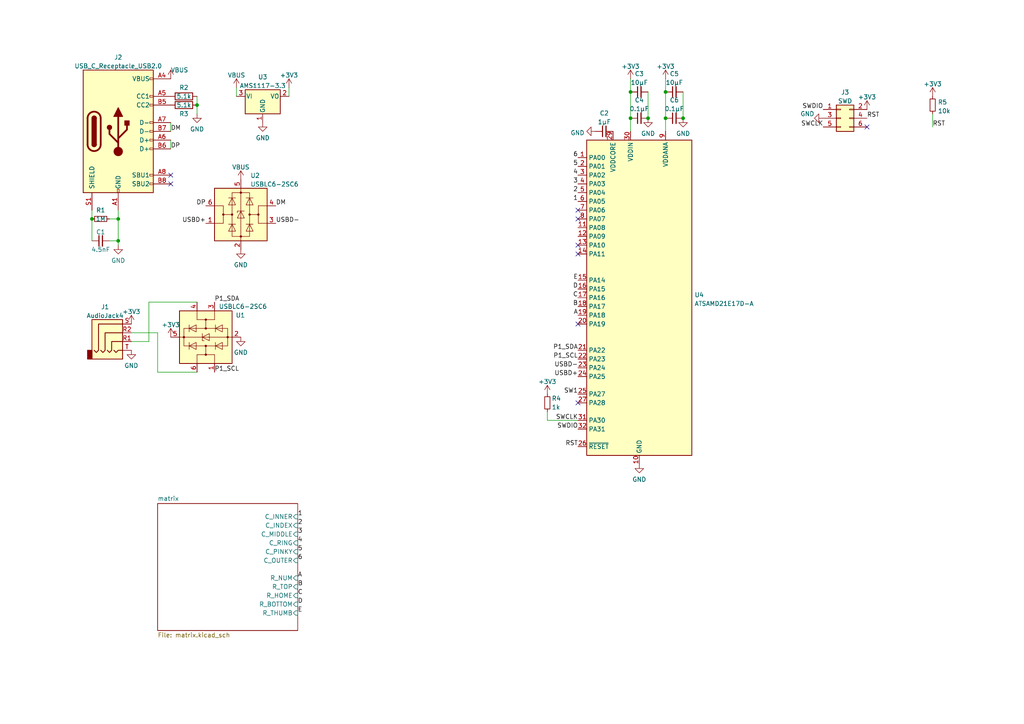
<source format=kicad_sch>
(kicad_sch (version 20211123) (generator eeschema)
  (paper "A4")
  (lib_symbols
    (symbol "Connector:AudioJack4"
      (property "Reference" "J" (at 0 8.89 0))
      (property "Value" "AudioJack4" (at 0 6.35 0))
      (symbol "AudioJack4_0_1"
        (rectangle (start -6.35 -5.08) (end -7.62 -7.62) (stroke (width 0.254)) (fill (type outline)))
        (polyline (pts (xy 0 -5.08) (xy 0.635 -5.715) (xy 1.27 -5.08) (xy 2.54 -5.08)) (stroke (width 0.254)))
        (polyline (pts (xy -5.715 -5.08) (xy -5.08 -5.715) (xy -4.445 -5.08) (xy -4.445 2.54) (xy 2.54 2.54)) (stroke (width 0.254)))
        (polyline (pts (xy -1.905 -5.08) (xy -1.27 -5.715) (xy -0.635 -5.08) (xy -0.635 -2.54) (xy 2.54 -2.54)) (stroke (width 0.254)))
        (polyline (pts (xy 2.54 0) (xy -2.54 0) (xy -2.54 -5.08) (xy -3.175 -5.715) (xy -3.81 -5.08)) (stroke (width 0.254)))
        (rectangle (start 2.54 3.81) (end -6.35 -7.62) (stroke (width 0.254)) (fill (type background)))
      )
      (symbol "AudioJack4_1_1"
        (pin passive line (at 5.08 -2.54 180) (length 2.54) (name "~") (number "R1"))
        (pin passive line (at 5.08 0 180) (length 2.54) (name "~") (number "R2"))
        (pin passive line (at 5.08 2.54 180) (length 2.54) (name "~") (number "S"))
        (pin passive line (at 5.08 -5.08 180) (length 2.54) (name "~") (number "T"))
      )
    )
    (symbol "Connector:USB_C_Receptacle_USB2.0" (pin_names (offset 1.016))
      (property "Reference" "J" (at -10.16 19.05 0))
      (property "Value" "USB_C_Receptacle_USB2.0" (at 19.05 19.05 0))
      (symbol "USB_C_Receptacle_USB2.0_0_0"
        (rectangle (start -0.254 -17.78) (end 0.254 -16.764))
        (rectangle (start 10.16 -14.986) (end 9.144 -15.494))
        (rectangle (start 10.16 -12.446) (end 9.144 -12.954))
        (rectangle (start 10.16 -4.826) (end 9.144 -5.334))
        (rectangle (start 10.16 -2.286) (end 9.144 -2.794))
        (rectangle (start 10.16 0.254) (end 9.144 -0.254))
        (rectangle (start 10.16 2.794) (end 9.144 2.286))
        (rectangle (start 10.16 7.874) (end 9.144 7.366))
        (rectangle (start 10.16 10.414) (end 9.144 9.906))
        (rectangle (start 10.16 15.494) (end 9.144 14.986))
      )
      (symbol "USB_C_Receptacle_USB2.0_0_1"
        (rectangle (start -10.16 17.78) (end 10.16 -17.78) (stroke (width 0.254)) (fill (type background)))
        (arc (start -8.89 -3.81) (mid -6.985 -5.715) (end -5.08 -3.81) (stroke (width 0.508)))
        (arc (start -7.62 -3.81) (mid -6.985 -4.445) (end -6.35 -3.81) (stroke (width 0.254)))
        (arc (start -7.62 -3.81) (mid -6.985 -4.445) (end -6.35 -3.81) (stroke (width 0.254)) (fill (type outline)))
        (rectangle (start -7.62 -3.81) (end -6.35 3.81) (stroke (width 0.254)) (fill (type outline)))
        (arc (start -6.35 3.81) (mid -6.985 4.445) (end -7.62 3.81) (stroke (width 0.254)))
        (arc (start -6.35 3.81) (mid -6.985 4.445) (end -7.62 3.81) (stroke (width 0.254)) (fill (type outline)))
        (arc (start -5.08 3.81) (mid -6.985 5.715) (end -8.89 3.81) (stroke (width 0.508)))
        (circle (center -2.54 1.143) (radius 0.635) (stroke (width 0.254)) (fill (type outline)))
        (circle (center 0 -5.842) (radius 1.27) (fill (type outline)))
        (polyline (pts (xy -8.89 -3.81) (xy -8.89 3.81)) (stroke (width 0.508)))
        (polyline (pts (xy -5.08 3.81) (xy -5.08 -3.81)) (stroke (width 0.508)))
        (polyline (pts (xy 0 -5.842) (xy 0 4.318)) (stroke (width 0.508)))
        (polyline (pts (xy 0 -3.302) (xy -2.54 -0.762) (xy -2.54 0.508)) (stroke (width 0.508)))
        (polyline (pts (xy 0 -2.032) (xy 2.54 0.508) (xy 2.54 1.778)) (stroke (width 0.508)))
        (polyline (pts (xy -1.27 4.318) (xy 0 6.858) (xy 1.27 4.318) (xy -1.27 4.318)) (stroke (width 0.254)) (fill (type outline)))
        (rectangle (start 1.905 1.778) (end 3.175 3.048) (stroke (width 0.254)) (fill (type outline)))
      )
      (symbol "USB_C_Receptacle_USB2.0_1_1"
        (pin passive line (at 0 -22.86 90) (length 5.08) (name "GND") (number "A1"))
        (pin passive line (at 0 -22.86 90) (length 5.08) hide (name "GND") (number "A12"))
        (pin passive line (at 15.24 15.24 180) (length 5.08) (name "VBUS") (number "A4"))
        (pin bidirectional line (at 15.24 10.16 180) (length 5.08) (name "CC1") (number "A5"))
        (pin bidirectional line (at 15.24 -2.54 180) (length 5.08) (name "D+") (number "A6"))
        (pin bidirectional line (at 15.24 2.54 180) (length 5.08) (name "D-") (number "A7"))
        (pin bidirectional line (at 15.24 -12.7 180) (length 5.08) (name "SBU1") (number "A8"))
        (pin passive line (at 15.24 15.24 180) (length 5.08) hide (name "VBUS") (number "A9"))
        (pin passive line (at 0 -22.86 90) (length 5.08) hide (name "GND") (number "B1"))
        (pin passive line (at 0 -22.86 90) (length 5.08) hide (name "GND") (number "B12"))
        (pin passive line (at 15.24 15.24 180) (length 5.08) hide (name "VBUS") (number "B4"))
        (pin bidirectional line (at 15.24 7.62 180) (length 5.08) (name "CC2") (number "B5"))
        (pin bidirectional line (at 15.24 -5.08 180) (length 5.08) (name "D+") (number "B6"))
        (pin bidirectional line (at 15.24 0 180) (length 5.08) (name "D-") (number "B7"))
        (pin bidirectional line (at 15.24 -15.24 180) (length 5.08) (name "SBU2") (number "B8"))
        (pin passive line (at 15.24 15.24 180) (length 5.08) hide (name "VBUS") (number "B9"))
        (pin passive line (at -7.62 -22.86 90) (length 5.08) (name "SHIELD") (number "S1"))
      )
    )
    (symbol "Connector_Generic:Conn_02x03_Odd_Even" (pin_names (offset 1.016) hide)
      (property "Reference" "J" (at 1.27 5.08 0))
      (property "Value" "Conn_02x03_Odd_Even" (at 1.27 -5.08 0))
      (symbol "Conn_02x03_Odd_Even_1_1"
        (rectangle (start -1.27 -2.413) (end 0 -2.667) (stroke (width 0.1524)))
        (rectangle (start -1.27 0.127) (end 0 -0.127) (stroke (width 0.1524)))
        (rectangle (start -1.27 2.667) (end 0 2.413) (stroke (width 0.1524)))
        (rectangle (start -1.27 3.81) (end 3.81 -3.81) (stroke (width 0.254)) (fill (type background)))
        (rectangle (start 3.81 -2.413) (end 2.54 -2.667) (stroke (width 0.1524)))
        (rectangle (start 3.81 0.127) (end 2.54 -0.127) (stroke (width 0.1524)))
        (rectangle (start 3.81 2.667) (end 2.54 2.413) (stroke (width 0.1524)))
        (pin passive line (at -5.08 2.54 0) (length 3.81) (name "Pin_1") (number "1"))
        (pin passive line (at 7.62 2.54 180) (length 3.81) (name "Pin_2") (number "2"))
        (pin passive line (at -5.08 0 0) (length 3.81) (name "Pin_3") (number "3"))
        (pin passive line (at 7.62 0 180) (length 3.81) (name "Pin_4") (number "4"))
        (pin passive line (at -5.08 -2.54 0) (length 3.81) (name "Pin_5") (number "5"))
        (pin passive line (at 7.62 -2.54 180) (length 3.81) (name "Pin_6") (number "6"))
      )
    )
    (symbol "Device:C_Small" (pin_numbers hide) (pin_names (offset 0.254) hide)
      (property "Reference" "C" (at 0.254 1.778 0))
      (property "Value" "C_Small" (at 0.254 -2.032 0))
      (symbol "C_Small_0_1"
        (polyline (pts (xy -1.524 -0.508) (xy 1.524 -0.508)) (stroke (width 0.3302)))
        (polyline (pts (xy -1.524 0.508) (xy 1.524 0.508)) (stroke (width 0.3048)))
      )
      (symbol "C_Small_1_1"
        (pin passive line (at 0 2.54 270) (length 2.032) (name "~") (number "1"))
        (pin passive line (at 0 -2.54 90) (length 2.032) (name "~") (number "2"))
      )
    )
    (symbol "Device:R" (pin_numbers hide) (pin_names (offset 0))
      (property "Reference" "R" (at 2.032 0 90))
      (property "Value" "R" (at 0 0 90))
      (symbol "R_0_1"
        (rectangle (start -1.016 -2.54) (end 1.016 2.54) (stroke (width 0.254)))
      )
      (symbol "R_1_1"
        (pin passive line (at 0 3.81 270) (length 1.27) (name "~") (number "1"))
        (pin passive line (at 0 -3.81 90) (length 1.27) (name "~") (number "2"))
      )
    )
    (symbol "Device:R_Small" (pin_numbers hide) (pin_names (offset 0.254) hide)
      (property "Reference" "R" (at 0.762 0.508 0))
      (property "Value" "R_Small" (at 0.762 -1.016 0))
      (symbol "R_Small_0_1"
        (rectangle (start -0.762 1.778) (end 0.762 -1.778) (stroke (width 0.2032)))
      )
      (symbol "R_Small_1_1"
        (pin passive line (at 0 2.54 270) (length 0.762) (name "~") (number "1"))
        (pin passive line (at 0 -2.54 90) (length 0.762) (name "~") (number "2"))
      )
    )
    (symbol "MCU_Microchip_SAMD:ATSAMD21E17D-A"
      (property "Reference" "U" (at -13.97 46.99 0))
      (property "Value" "ATSAMD21E17D-A" (at 16.51 46.99 0))
      (symbol "ATSAMD21E17D-A_1_1"
        (rectangle (start -15.24 45.72) (end 15.24 -45.72) (stroke (width 0.254)) (fill (type background)))
        (pin bidirectional line (at -17.78 40.64 0) (length 2.54) (name "PA00") (number "1"))
        (pin power_in line (at 0 -48.26 90) (length 2.54) (name "GND") (number "10"))
        (pin bidirectional line (at -17.78 20.32 0) (length 2.54) (name "PA08") (number "11"))
        (pin bidirectional line (at -17.78 17.78 0) (length 2.54) (name "PA09") (number "12"))
        (pin bidirectional line (at -17.78 15.24 0) (length 2.54) (name "PA10") (number "13"))
        (pin bidirectional line (at -17.78 12.7 0) (length 2.54) (name "PA11") (number "14"))
        (pin bidirectional line (at -17.78 5.08 0) (length 2.54) (name "PA14") (number "15"))
        (pin bidirectional line (at -17.78 2.54 0) (length 2.54) (name "PA15") (number "16"))
        (pin bidirectional line (at -17.78 0 0) (length 2.54) (name "PA16") (number "17"))
        (pin bidirectional line (at -17.78 -2.54 0) (length 2.54) (name "PA17") (number "18"))
        (pin bidirectional line (at -17.78 -5.08 0) (length 2.54) (name "PA18") (number "19"))
        (pin bidirectional line (at -17.78 38.1 0) (length 2.54) (name "PA01") (number "2"))
        (pin bidirectional line (at -17.78 -7.62 0) (length 2.54) (name "PA19") (number "20"))
        (pin bidirectional line (at -17.78 -15.24 0) (length 2.54) (name "PA22") (number "21"))
        (pin bidirectional line (at -17.78 -17.78 0) (length 2.54) (name "PA23") (number "22"))
        (pin bidirectional line (at -17.78 -20.32 0) (length 2.54) (name "PA24") (number "23"))
        (pin bidirectional line (at -17.78 -22.86 0) (length 2.54) (name "PA25") (number "24"))
        (pin bidirectional line (at -17.78 -27.94 0) (length 2.54) (name "PA27") (number "25"))
        (pin input line (at -17.78 -43.18 0) (length 2.54) (name "~{RESET}") (number "26"))
        (pin bidirectional line (at -17.78 -30.48 0) (length 2.54) (name "PA28") (number "27"))
        (pin passive line (at 0 -48.26 90) (length 2.54) hide (name "GND") (number "28"))
        (pin power_out line (at -7.62 48.26 270) (length 2.54) (name "VDDCORE") (number "29"))
        (pin bidirectional line (at -17.78 35.56 0) (length 2.54) (name "PA02") (number "3"))
        (pin power_in line (at -2.54 48.26 270) (length 2.54) (name "VDDIN") (number "30"))
        (pin bidirectional line (at -17.78 -35.56 0) (length 2.54) (name "PA30") (number "31"))
        (pin bidirectional line (at -17.78 -38.1 0) (length 2.54) (name "PA31") (number "32"))
        (pin bidirectional line (at -17.78 33.02 0) (length 2.54) (name "PA03") (number "4"))
        (pin bidirectional line (at -17.78 30.48 0) (length 2.54) (name "PA04") (number "5"))
        (pin bidirectional line (at -17.78 27.94 0) (length 2.54) (name "PA05") (number "6"))
        (pin bidirectional line (at -17.78 25.4 0) (length 2.54) (name "PA06") (number "7"))
        (pin bidirectional line (at -17.78 22.86 0) (length 2.54) (name "PA07") (number "8"))
        (pin power_in line (at 7.62 48.26 270) (length 2.54) (name "VDDANA") (number "9"))
      )
    )
    (symbol "Power_Protection:USBLC6-2SC6" (pin_names hide)
      (property "Reference" "U" (at 2.54 8.89 0))
      (property "Value" "USBLC6-2SC6" (at 2.54 -8.89 0))
      (symbol "USBLC6-2SC6_0_1"
        (rectangle (start -7.62 -7.62) (end 7.62 7.62) (stroke (width 0.254)) (fill (type background)))
        (circle (center -5.08 0) (radius 0.254) (fill (type outline)))
        (circle (center -2.54 0) (radius 0.254) (fill (type outline)))
        (rectangle (start -2.54 6.35) (end 2.54 -6.35))
        (circle (center 0 -6.35) (radius 0.254) (fill (type outline)))
        (polyline (pts (xy -5.08 -2.54) (xy -7.62 -2.54)))
        (polyline (pts (xy -5.08 0) (xy -5.08 -2.54)))
        (polyline (pts (xy -5.08 2.54) (xy -7.62 2.54)))
        (polyline (pts (xy -1.524 -2.794) (xy -3.556 -2.794)))
        (polyline (pts (xy -1.524 4.826) (xy -3.556 4.826)))
        (polyline (pts (xy 0 -7.62) (xy 0 -6.35)))
        (polyline (pts (xy 0 -6.35) (xy 0 1.27)))
        (polyline (pts (xy 0 1.27) (xy 0 6.35)))
        (polyline (pts (xy 0 6.35) (xy 0 7.62)))
        (polyline (pts (xy 1.524 -2.794) (xy 3.556 -2.794)))
        (polyline (pts (xy 1.524 4.826) (xy 3.556 4.826)))
        (polyline (pts (xy 5.08 -2.54) (xy 7.62 -2.54)))
        (polyline (pts (xy 5.08 0) (xy 5.08 -2.54)))
        (polyline (pts (xy 5.08 2.54) (xy 7.62 2.54)))
        (polyline (pts (xy -2.54 0) (xy -5.08 0) (xy -5.08 2.54)))
        (polyline (pts (xy 2.54 0) (xy 5.08 0) (xy 5.08 2.54)))
        (polyline (pts (xy -3.556 -4.826) (xy -1.524 -4.826) (xy -2.54 -2.794) (xy -3.556 -4.826)))
        (polyline (pts (xy -3.556 2.794) (xy -1.524 2.794) (xy -2.54 4.826) (xy -3.556 2.794)))
        (polyline (pts (xy -1.016 -1.016) (xy 1.016 -1.016) (xy 0 1.016) (xy -1.016 -1.016)))
        (polyline (pts (xy 1.016 1.016) (xy 0.762 1.016) (xy -1.016 1.016) (xy -1.016 0.508)))
        (polyline (pts (xy 3.556 -4.826) (xy 1.524 -4.826) (xy 2.54 -2.794) (xy 3.556 -4.826)))
        (polyline (pts (xy 3.556 2.794) (xy 1.524 2.794) (xy 2.54 4.826) (xy 3.556 2.794)))
        (circle (center 0 6.35) (radius 0.254) (fill (type outline)))
        (circle (center 2.54 0) (radius 0.254) (fill (type outline)))
        (circle (center 5.08 0) (radius 0.254) (fill (type outline)))
      )
      (symbol "USBLC6-2SC6_1_1"
        (pin passive line (at -10.16 -2.54 0) (length 2.54) (name "I/O1") (number "1"))
        (pin passive line (at 0 -10.16 90) (length 2.54) (name "GND") (number "2"))
        (pin passive line (at 10.16 -2.54 180) (length 2.54) (name "I/O2") (number "3"))
        (pin passive line (at 10.16 2.54 180) (length 2.54) (name "I/O2") (number "4"))
        (pin passive line (at 0 10.16 270) (length 2.54) (name "VBUS") (number "5"))
        (pin passive line (at -10.16 2.54 0) (length 2.54) (name "I/O1") (number "6"))
      )
    )
    (symbol "Regulator_Linear:AMS1117-3.3" (pin_names (offset 0.254))
      (property "Reference" "U" (at -3.81 3.175 0))
      (property "Value" "AMS1117-3.3" (at 0 3.175 0))
      (symbol "AMS1117-3.3_0_1"
        (rectangle (start -5.08 -5.08) (end 5.08 1.905) (stroke (width 0.254)) (fill (type background)))
      )
      (symbol "AMS1117-3.3_1_1"
        (pin power_in line (at 0 -7.62 90) (length 2.54) (name "GND") (number "1"))
        (pin power_out line (at 7.62 0 180) (length 2.54) (name "VO") (number "2"))
        (pin power_in line (at -7.62 0 0) (length 2.54) (name "VI") (number "3"))
      )
    )
    (symbol "power:+3V3" (power) (pin_names (offset 0))
      (property "Value" "+3V3" (at 0 3.556 0))
      (symbol "+3V3_0_1"
        (polyline (pts (xy -0.762 1.27) (xy 0 2.54)))
        (polyline (pts (xy 0 0) (xy 0 2.54)))
        (polyline (pts (xy 0 2.54) (xy 0.762 1.27)))
      )
      (symbol "+3V3_1_1"
        (pin power_in line (at 0 0 90) (length 0) hide (name "+3V3") (number "1"))
      )
    )
    (symbol "power:GND" (power) (pin_names (offset 0))
      (property "Value" "GND" (at 0 -3.81 0))
      (symbol "GND_0_1"
        (polyline (pts (xy 0 0) (xy 0 -1.27) (xy 1.27 -1.27) (xy 0 -2.54) (xy -1.27 -1.27) (xy 0 -1.27)))
      )
      (symbol "GND_1_1"
        (pin power_in line (at 0 0 270) (length 0) hide (name "GND") (number "1"))
      )
    )
    (symbol "power:VBUS" (power) (pin_names (offset 0))
      (property "Value" "VBUS" (at 0 3.81 0))
      (symbol "VBUS_0_1"
        (polyline (pts (xy -0.762 1.27) (xy 0 2.54)))
        (polyline (pts (xy 0 0) (xy 0 2.54)))
        (polyline (pts (xy 0 2.54) (xy 0.762 1.27)))
      )
      (symbol "VBUS_1_1"
        (pin power_in line (at 0 0 90) (length 0) hide (name "VBUS") (number "1"))
      )
    )
  )
  (junction (at 193.04 34.29))
  (junction (at 34.29 69.85))
  (junction (at 26.67 63.5))
  (junction (at 34.29 63.5))
  (junction (at 182.88 34.29))
  (junction (at 182.88 26.67))
  (junction (at 193.04 26.67))
  (junction (at 187.96 34.29))
  (junction (at 57.15 30.48))
  (junction (at 198.12 34.29))
  (no_connect (at 251.46 36.83))
  (no_connect (at 167.64 116.84))
  (no_connect (at 167.64 73.66))
  (no_connect (at 167.64 71.12))
  (no_connect (at 167.64 63.5))
  (no_connect (at 167.64 60.96))
  (no_connect (at 167.64 93.98))
  (no_connect (at 49.53 53.34))
  (no_connect (at 49.53 50.8))
  (wire (pts (xy 43.18 87.63) (xy 43.18 99.06)))
  (wire (pts (xy 193.04 34.29) (xy 193.04 38.1)))
  (wire (pts (xy 57.15 27.94) (xy 57.15 30.48)))
  (wire (pts (xy 270.51 33.02) (xy 270.51 36.83)))
  (wire (pts (xy 57.15 30.48) (xy 57.15 33.02)))
  (wire (pts (xy 198.12 26.67) (xy 198.12 34.29)))
  (wire (pts (xy 31.75 69.85) (xy 34.29 69.85)))
  (wire (pts (xy 158.75 121.92) (xy 167.64 121.92)))
  (wire (pts (xy 182.88 22.86) (xy 182.88 26.67)))
  (wire (pts (xy 45.72 107.95) (xy 45.72 96.52)))
  (wire (pts (xy 31.75 63.5) (xy 34.29 63.5)))
  (wire (pts (xy 187.96 26.67) (xy 187.96 34.29)))
  (wire (pts (xy 193.04 26.67) (xy 193.04 34.29)))
  (wire (pts (xy 182.88 34.29) (xy 182.88 38.1)))
  (wire (pts (xy 26.67 63.5) (xy 26.67 69.85)))
  (wire (pts (xy 49.53 40.64) (xy 49.53 43.18)))
  (wire (pts (xy 38.1 96.52) (xy 45.72 96.52)))
  (wire (pts (xy 34.29 69.85) (xy 34.29 71.12)))
  (wire (pts (xy 57.15 87.63) (xy 43.18 87.63)))
  (wire (pts (xy 158.75 119.38) (xy 158.75 121.92)))
  (wire (pts (xy 182.88 26.67) (xy 182.88 34.29)))
  (wire (pts (xy 57.15 107.95) (xy 45.72 107.95)))
  (wire (pts (xy 34.29 60.96) (xy 34.29 63.5)))
  (wire (pts (xy 49.53 35.56) (xy 49.53 38.1)))
  (wire (pts (xy 34.29 63.5) (xy 34.29 69.85)))
  (wire (pts (xy 68.58 25.4) (xy 68.58 27.94)))
  (wire (pts (xy 43.18 99.06) (xy 38.1 99.06)))
  (wire (pts (xy 83.82 25.4) (xy 83.82 27.94)))
  (wire (pts (xy 193.04 22.86) (xy 193.04 26.67)))
  (wire (pts (xy 26.67 60.96) (xy 26.67 63.5)))
  (label "2" (at 86.36 152.4 0))
  (label "SWDIO" (at 238.76 31.75 180))
  (label "B" (at 167.64 88.9 180))
  (label "P1_SDA" (at 62.23 87.63 0))
  (label "P1_SDA" (at 167.64 101.6 180))
  (label "USBD-" (at 167.64 106.68 180))
  (label "SWCLK" (at 167.64 121.92 180))
  (label "6" (at 86.36 162.56 0))
  (label "SW1" (at 167.64 114.3 180))
  (label "3" (at 86.36 154.94 0))
  (label "1" (at 167.64 58.42 180))
  (label "DM" (at 49.53 38.1 0))
  (label "4" (at 167.64 50.8 180))
  (label "P1_SCL" (at 167.64 104.14 180))
  (label "6" (at 167.64 45.72 180))
  (label "4" (at 86.36 157.48 0))
  (label "RST" (at 251.46 34.29 0))
  (label "RST" (at 167.64 129.54 180))
  (label "E" (at 167.64 81.28 180))
  (label "B" (at 86.36 170.18 0))
  (label "USBD-" (at 80.01 64.77 0))
  (label "DP" (at 49.53 43.18 0))
  (label "1" (at 86.36 149.86 0))
  (label "RST" (at 270.51 36.83 0))
  (label "D" (at 167.64 83.82 180))
  (label "A" (at 86.36 167.64 0))
  (label "DM" (at 80.01 59.69 0))
  (label "C" (at 86.36 172.72 0))
  (label "2" (at 167.64 55.88 180))
  (label "D" (at 86.36 175.26 0))
  (label "5" (at 167.64 48.26 180))
  (label "P1_SCL" (at 62.23 107.95 0))
  (label "USBD+" (at 167.64 109.22 180))
  (label "SWDIO" (at 167.64 124.46 180))
  (label "SWCLK" (at 238.76 36.83 180))
  (label "E" (at 86.36 177.8 0))
  (label "C" (at 167.64 86.36 180))
  (label "5" (at 86.36 160.02 0))
  (label "3" (at 167.64 53.34 180))
  (label "DP" (at 59.69 59.69 180))
  (label "A" (at 167.64 91.44 180))
  (label "USBD+" (at 59.69 64.77 180))
  (symbol (lib_id "Power_Protection:USBLC6-2SC6") (at 59.69 97.79 90) (unit 1)
    (property "Reference" "U1" (at 71.12 91.44 90) (effects (justify left)))
    (property "Value" "USBLC6-2SC6" (at 77.47 88.9 90) (effects (justify left)))
    (property "Footprint" "Package_TO_SOT_SMD:SOT-23-6" (effects hide))
    (property "Datasheet" "https://www.st.com/resource/en/datasheet/usblc6-2.pdf" (effects hide))
  )
  (symbol (lib_id "Device:R") (at 53.34 27.94 90) (unit 1)
    (property "Reference" "R2" (at 53.34 25.4 90))
    (property "Value" "5.1k" (at 53.34 27.94 90))
    (property "Footprint" "Resistor_SMD:R_0402_1005Metric_Pad0.72x0.64mm_HandSolder" (effects hide))
  )
  (symbol (lib_id "power:GND") (at 34.29 71.12 0) (unit 1)
    (property "Reference" "#PWR0114" (effects hide))
    (property "Value" "GND" (at 34.29 75.5634 0))
  )
  (symbol (lib_id "Device:C_Small") (at 195.58 34.29 90) (unit 1)
    (property "Reference" "C6" (at 195.5863 29.0281 90))
    (property "Value" "0.1µF" (at 195.5863 31.565 90))
    (property "Footprint" "Capacitor_SMD:C_0603_1608Metric_Pad1.08x0.95mm_HandSolder" (effects hide))
  )
  (symbol (lib_id "power:GND") (at 185.42 134.62 0) (unit 1)
    (property "Reference" "#PWR0103" (effects hide))
    (property "Value" "GND" (at 185.42 139.0634 0))
  )
  (symbol (lib_id "Device:C_Small") (at 185.42 26.67 90) (unit 1)
    (property "Reference" "C3" (at 185.4263 21.4081 90))
    (property "Value" "10µF" (at 185.4263 23.945 90))
    (property "Footprint" "Capacitor_SMD:C_0603_1608Metric_Pad1.08x0.95mm_HandSolder" (effects hide))
  )
  (symbol (lib_id "MCU_Microchip_SAMD:ATSAMD21E17D-A") (at 185.42 86.36 0) (unit 1)
    (property "Reference" "U4" (at 201.422 85.5253 0) (effects (justify left)))
    (property "Value" "ATSAMD21E17D-A" (at 201.422 88.0622 0) (effects (justify left)))
    (property "Footprint" "Package_QFP:TQFP-32_7x7mm_P0.8mm" (effects hide))
    (property "Datasheet" "http://ww1.microchip.com/downloads/en/DeviceDoc/SAM_D21_DA1_Family_Data%20Sheet_DS40001882E.pdf" (effects hide))
  )
  (symbol (lib_id "power:VBUS") (at 49.53 22.86 0) (unit 1)
    (property "Reference" "#PWR0107" (effects hide))
    (property "Value" "VBUS" (at 52.07 20.32 0))
  )
  (symbol (lib_id "power:GND") (at 238.76 34.29 270) (unit 1)
    (property "Reference" "#PWR0117" (effects hide))
    (property "Value" "GND" (at 236.22 33.02 90) (effects (justify right)))
  )
  (symbol (lib_id "Device:C_Small") (at 185.42 34.29 90) (unit 1)
    (property "Reference" "C4" (at 185.4263 29.0281 90))
    (property "Value" "0.1µF" (at 185.4263 31.565 90))
    (property "Footprint" "Capacitor_SMD:C_0603_1608Metric_Pad1.08x0.95mm_HandSolder" (effects hide))
  )
  (symbol (lib_id "power:+3V3") (at 270.51 27.94 0) (unit 1)
    (property "Reference" "#PWR0122" (effects hide))
    (property "Value" "+3V3" (at 270.51 24.3642 0))
  )
  (symbol (lib_id "Connector_Generic:Conn_02x03_Odd_Even") (at 243.84 34.29 0) (unit 1)
    (property "Reference" "J3" (at 245.11 26.7802 0))
    (property "Value" "SWD" (at 245.11 29.3171 0))
    (property "Footprint" "Connector_PinHeader_1.27mm:PinHeader_2x03_P1.27mm_Vertical" (effects hide))
  )
  (symbol (lib_id "power:+3V3") (at 158.75 114.3 0) (unit 1)
    (property "Reference" "#PWR0112" (effects hide))
    (property "Value" "+3V3" (at 158.75 110.6955 0))
  )
  (symbol (lib_id "Device:R") (at 53.34 30.48 270) (unit 1)
    (property "Reference" "R3" (at 53.34 33.02 90))
    (property "Value" "5.1k" (at 53.34 30.48 90))
    (property "Footprint" "Resistor_SMD:R_0402_1005Metric_Pad0.72x0.64mm_HandSolder" (effects hide))
  )
  (symbol (lib_id "Device:C_Small") (at 195.58 26.67 90) (unit 1)
    (property "Reference" "C5" (at 195.5863 21.4081 90))
    (property "Value" "10µF" (at 195.5863 23.945 90))
    (property "Footprint" "Capacitor_SMD:C_0603_1608Metric_Pad1.08x0.95mm_HandSolder" (effects hide))
  )
  (symbol (lib_id "power:+3V3") (at 49.53 97.79 0) (unit 1)
    (property "Reference" "#PWR0116" (effects hide))
    (property "Value" "+3V3" (at 49.53 94.2142 0))
  )
  (symbol (lib_id "power:GND") (at 76.2 35.56 0) (unit 1)
    (property "Reference" "#PWR0106" (effects hide))
    (property "Value" "GND" (at 76.2 40.0034 0))
  )
  (symbol (lib_id "Device:C_Small") (at 29.21 69.85 90) (unit 1)
    (property "Reference" "C1" (at 29.21 67.31 90))
    (property "Value" "4.5nF" (at 29.21 72.39 90))
    (property "Footprint" "Capacitor_SMD:C_0603_1608Metric_Pad1.08x0.95mm_HandSolder" (effects hide))
  )
  (symbol (lib_id "Connector:AudioJack4") (at 33.02 96.52 0) (unit 1)
    (property "Reference" "J1" (at 30.48 89.0102 0))
    (property "Value" "AudioJack4" (at 30.48 91.5471 0))
    (property "Footprint" "pj320a:Jack_3.5mm_PJ320A_Horizontal" (effects hide))
  )
  (symbol (lib_id "power:VBUS") (at 68.58 25.4 0) (unit 1)
    (property "Reference" "#PWR0104" (effects hide))
    (property "Value" "VBUS" (at 68.58 21.8242 0))
  )
  (symbol (lib_id "Device:R_Small") (at 158.75 116.84 0) (unit 1)
    (property "Reference" "R4" (at 160.02 115.57 0) (effects (justify left)))
    (property "Value" "1k" (at 160.02 118.11 0) (effects (justify left)))
    (property "Footprint" "Resistor_SMD:R_0402_1005Metric_Pad0.72x0.64mm_HandSolder" (effects hide))
  )
  (symbol (lib_id "power:+3V3") (at 83.82 25.4 0) (unit 1)
    (property "Reference" "#PWR0105" (effects hide))
    (property "Value" "+3V3" (at 83.82 21.8242 0))
  )
  (symbol (lib_id "power:+3V3") (at 182.88 22.86 0) (unit 1)
    (property "Reference" "#PWR0119" (effects hide))
    (property "Value" "+3V3" (at 182.88 19.2842 0))
  )
  (symbol (lib_id "Device:C_Small") (at 175.26 38.1 90) (unit 1)
    (property "Reference" "C2" (at 175.2663 32.8381 90))
    (property "Value" "1µF" (at 175.2663 35.375 90))
    (property "Footprint" "Capacitor_SMD:C_0603_1608Metric_Pad1.08x0.95mm_HandSolder" (effects hide))
  )
  (symbol (lib_id "power:GND") (at 198.12 34.29 0) (unit 1)
    (property "Reference" "#PWR0118" (effects hide))
    (property "Value" "GND" (at 198.12 38.7334 0))
  )
  (symbol (lib_id "Regulator_Linear:AMS1117-3.3") (at 76.2 27.94 0) (unit 1)
    (property "Reference" "U3" (at 76.2 22.3352 0))
    (property "Value" "AMS1117-3.3" (at 76.2 24.8721 0))
    (property "Footprint" "Package_TO_SOT_SMD:SOT-223-3_TabPin2" (effects hide))
    (property "Datasheet" "http://www.advanced-monolithic.com/pdf/ds1117.pdf" (effects hide))
  )
  (symbol (lib_id "power:+3V3") (at 251.46 31.75 0) (unit 1)
    (property "Reference" "#PWR0121" (effects hide))
    (property "Value" "+3V3" (at 251.46 28.1455 0))
  )
  (symbol (lib_id "power:GND") (at 57.15 33.02 0) (unit 1)
    (property "Reference" "#PWR0108" (effects hide))
    (property "Value" "GND" (at 57.15 37.4634 0))
  )
  (symbol (lib_id "power:+3V3") (at 193.04 22.86 0) (unit 1)
    (property "Reference" "#PWR0120" (effects hide))
    (property "Value" "+3V3" (at 193.04 19.2842 0))
  )
  (symbol (lib_id "Connector:USB_C_Receptacle_USB2.0") (at 34.29 38.1 0) (unit 1)
    (property "Reference" "J2" (at 34.29 16.6202 0))
    (property "Value" "USB_C_Receptacle_USB2.0" (at 34.29 19.1571 0))
    (property "Footprint" "xenua:USB_C_Receptacle_GCT_USB4510" (effects hide))
    (property "Datasheet" "https://www.usb.org/sites/default/files/documents/usb_type-c.zip" (effects hide))
  )
  (symbol (lib_id "Power_Protection:USBLC6-2SC6") (at 69.85 62.23 0) (unit 1)
    (property "Reference" "U2" (at 72.6187 50.9102 0) (effects (justify left)))
    (property "Value" "USBLC6-2SC6" (at 72.6187 53.4471 0) (effects (justify left)))
    (property "Footprint" "Package_TO_SOT_SMD:SOT-23-6" (effects hide))
    (property "Datasheet" "https://www.st.com/resource/en/datasheet/usblc6-2.pdf" (effects hide))
  )
  (symbol (lib_id "power:GND") (at 69.85 72.39 0) (unit 1)
    (property "Reference" "#PWR0111" (effects hide))
    (property "Value" "GND" (at 69.85 76.8334 0))
  )
  (symbol (lib_id "Device:R_Small") (at 270.51 30.48 180) (unit 1)
    (property "Reference" "R5" (at 272.0086 29.6453 0) (effects (justify right)))
    (property "Value" "10k" (at 272.0086 32.1822 0) (effects (justify right)))
    (property "Footprint" "Resistor_SMD:R_0402_1005Metric_Pad0.72x0.64mm_HandSolder" (effects hide))
  )
  (symbol (lib_id "power:GND") (at 38.1 101.6 0) (unit 1)
    (property "Reference" "#PWR0115" (effects hide))
    (property "Value" "GND" (at 38.1 106.0434 0))
  )
  (symbol (lib_id "power:GND") (at 69.85 97.79 0) (unit 1)
    (property "Reference" "#PWR0110" (effects hide))
    (property "Value" "GND" (at 69.85 102.2334 0))
  )
  (symbol (lib_id "power:+3V3") (at 38.1 93.98 0) (unit 1)
    (property "Reference" "#PWR0113" (effects hide))
    (property "Value" "+3V3" (at 38.1 90.4042 0))
  )
  (symbol (lib_id "power:GND") (at 187.96 34.29 0) (unit 1)
    (property "Reference" "#PWR0101" (effects hide))
    (property "Value" "GND" (at 187.96 38.7334 0))
  )
  (symbol (lib_id "Device:R_Small") (at 29.21 63.5 90) (unit 1)
    (property "Reference" "R1" (at 29.21 60.96 90))
    (property "Value" "1M" (at 29.21 63.5 90))
    (property "Footprint" "Resistor_SMD:R_0402_1005Metric_Pad0.72x0.64mm_HandSolder" (effects hide))
  )
  (symbol (lib_id "power:VBUS") (at 69.85 52.07 0) (unit 1)
    (property "Reference" "#PWR0109" (effects hide))
    (property "Value" "VBUS" (at 69.85 48.4942 0))
  )
  (symbol (lib_id "power:GND") (at 172.72 38.1 270) (unit 1)
    (property "Reference" "#PWR0102" (effects hide))
    (property "Value" "GND" (at 169.5451 38.5338 90) (effects (justify right)))
  )
  (sheet (at 45.72 146.05) (size 40.64 36.83) (stroke (width 0.1524))
    (property "Sheet name" "matrix" (at 45.72 145.3384 0) (effects (justify left bottom)))
    (property "Sheet file" "matrix.kicad_sch" (at 45.72 183.4646 0) (effects (justify left top)))
    (pin "C_INNER" input (at 86.36 149.86 0))
    (pin "C_INDEX" input (at 86.36 152.4 0))
    (pin "C_MIDDLE" input (at 86.36 154.94 0))
    (pin "C_RING" input (at 86.36 157.48 0))
    (pin "C_PINKY" input (at 86.36 160.02 0))
    (pin "C_OUTER" input (at 86.36 162.56 0))
    (pin "R_NUM" input (at 86.36 167.64 0))
    (pin "R_TOP" input (at 86.36 170.18 0))
    (pin "R_HOME" input (at 86.36 172.72 0))
    (pin "R_BOTTOM" input (at 86.36 175.26 0))
    (pin "R_THUMB" input (at 86.36 177.8 0))
  )
)
</source>
